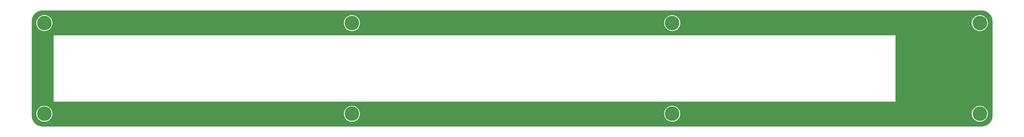
<source format=gbr>
%TF.GenerationSoftware,KiCad,Pcbnew,7.0.2-0*%
%TF.CreationDate,2023-05-18T01:12:01+02:00*%
%TF.ProjectId,LA,4c412e6b-6963-4616-945f-706362585858,rev?*%
%TF.SameCoordinates,PXfd9f08PY7735940*%
%TF.FileFunction,Copper,L1,Top*%
%TF.FilePolarity,Positive*%
%FSLAX46Y46*%
G04 Gerber Fmt 4.6, Leading zero omitted, Abs format (unit mm)*
G04 Created by KiCad (PCBNEW 7.0.2-0) date 2023-05-18 01:12:01*
%MOMM*%
%LPD*%
G01*
G04 APERTURE LIST*
%TA.AperFunction,ComponentPad*%
%ADD10C,4.000000*%
%TD*%
G04 APERTURE END LIST*
D10*
%TO.P,REF\u002A\u002A,*%
%TO.N,*%
X3500000Y28500000D03*
X3500000Y3500000D03*
X88000000Y28500000D03*
X88000000Y3500000D03*
X176000000Y28500000D03*
X176000000Y3528700D03*
X260500000Y28500000D03*
X260500000Y3500000D03*
%TD*%
%TA.AperFunction,NonConductor*%
G36*
X261001926Y31999400D02*
G01*
X261133863Y31992484D01*
X261316396Y31982232D01*
X261323803Y31981440D01*
X261475994Y31957334D01*
X261637583Y31929878D01*
X261644309Y31928409D01*
X261797007Y31887493D01*
X261951171Y31843078D01*
X261957173Y31841065D01*
X262105567Y31784102D01*
X262107300Y31783410D01*
X262253477Y31722861D01*
X262258731Y31720440D01*
X262343722Y31677134D01*
X262401031Y31647933D01*
X262403230Y31646766D01*
X262540974Y31570638D01*
X262545483Y31567932D01*
X262679810Y31480698D01*
X262682328Y31478988D01*
X262810284Y31388197D01*
X262814032Y31385355D01*
X262938716Y31284388D01*
X262941456Y31282056D01*
X263058275Y31177660D01*
X263061291Y31174809D01*
X263174816Y31061283D01*
X263177667Y31058267D01*
X263282024Y30941492D01*
X263284356Y30938751D01*
X263385383Y30813992D01*
X263388225Y30810245D01*
X263478901Y30682450D01*
X263480612Y30679931D01*
X263567987Y30545385D01*
X263570691Y30540877D01*
X263646622Y30403491D01*
X263647791Y30401291D01*
X263720479Y30258630D01*
X263722911Y30253354D01*
X263783234Y30107722D01*
X263783952Y30105922D01*
X263841098Y29957051D01*
X263843121Y29951018D01*
X263887291Y29797701D01*
X263928433Y29644159D01*
X263929907Y29637408D01*
X263957103Y29477348D01*
X263981446Y29323649D01*
X263982241Y29316224D01*
X263992216Y29138607D01*
X263999399Y29001530D01*
X263999500Y28997689D01*
X263999500Y3001947D01*
X263999399Y2998074D01*
X263992509Y2866624D01*
X263982230Y2683591D01*
X263981435Y2676165D01*
X263957398Y2524392D01*
X263929872Y2362386D01*
X263928397Y2355632D01*
X263887589Y2203332D01*
X263843057Y2048759D01*
X263841036Y2042732D01*
X263784241Y1894777D01*
X263783523Y1892977D01*
X263722815Y1746416D01*
X263720383Y1741140D01*
X263648085Y1599246D01*
X263646917Y1597046D01*
X263570551Y1458871D01*
X263567846Y1454363D01*
X263480892Y1320465D01*
X263479181Y1317946D01*
X263388042Y1189499D01*
X263385200Y1185752D01*
X263284635Y1061562D01*
X263282303Y1058821D01*
X263177424Y941462D01*
X263174573Y938446D01*
X263061565Y825437D01*
X263058548Y822585D01*
X262941141Y717665D01*
X262938402Y715334D01*
X262814292Y614831D01*
X262810544Y611989D01*
X262681936Y520735D01*
X262679417Y519024D01*
X262545723Y432202D01*
X262541215Y429497D01*
X262402718Y352953D01*
X262400519Y351786D01*
X262258978Y279666D01*
X262253701Y277233D01*
X262106622Y216311D01*
X262104823Y215593D01*
X261957411Y159006D01*
X261951377Y156983D01*
X261795943Y112202D01*
X261644533Y71631D01*
X261637782Y70157D01*
X261474144Y42353D01*
X261324012Y18575D01*
X261316587Y17780D01*
X261128289Y7205D01*
X261002304Y601D01*
X260998431Y500D01*
X3001946Y500D01*
X2998073Y601D01*
X2866617Y7491D01*
X2683589Y17770D01*
X2676163Y18565D01*
X2524369Y42606D01*
X2362395Y70126D01*
X2355639Y71601D01*
X2203297Y112421D01*
X2048769Y156941D01*
X2042742Y158962D01*
X1894724Y215780D01*
X1892925Y216498D01*
X1746432Y277177D01*
X1741154Y279610D01*
X1599197Y351942D01*
X1596998Y353109D01*
X1458907Y429428D01*
X1454399Y432133D01*
X1320396Y519156D01*
X1317877Y520867D01*
X1189560Y611914D01*
X1185812Y614756D01*
X1061488Y715431D01*
X1058748Y717762D01*
X941531Y822513D01*
X938515Y825365D01*
X825363Y938517D01*
X822511Y941533D01*
X717760Y1058750D01*
X715429Y1061490D01*
X614754Y1185814D01*
X611912Y1189562D01*
X537144Y1294936D01*
X520858Y1317889D01*
X519154Y1320398D01*
X432122Y1454416D01*
X429436Y1458892D01*
X353107Y1597000D01*
X351940Y1599199D01*
X325221Y1651636D01*
X279602Y1741168D01*
X277180Y1746422D01*
X216476Y1892977D01*
X215778Y1894726D01*
X215758Y1894777D01*
X158959Y2042745D01*
X156938Y2048774D01*
X112411Y2203332D01*
X71596Y2355654D01*
X70132Y2362356D01*
X42611Y2524334D01*
X18561Y2676178D01*
X17769Y2683573D01*
X7503Y2866372D01*
X601Y2998074D01*
X500Y3001946D01*
X500Y3500000D01*
X1294778Y3500000D01*
X1313644Y3212161D01*
X1369919Y2929247D01*
X1370693Y2926965D01*
X1370695Y2926960D01*
X1453308Y2683591D01*
X1462641Y2656098D01*
X1463710Y2653930D01*
X1463711Y2653928D01*
X1589150Y2399561D01*
X1589156Y2399551D01*
X1590222Y2397389D01*
X1591566Y2395377D01*
X1591567Y2395376D01*
X1749137Y2159555D01*
X1749141Y2159549D01*
X1750480Y2157546D01*
X1752067Y2155736D01*
X1752072Y2155730D01*
X1851169Y2042732D01*
X1940673Y1940673D01*
X1942493Y1939077D01*
X2155729Y1752073D01*
X2155733Y1752070D01*
X2157546Y1750480D01*
X2397389Y1590222D01*
X2399555Y1589154D01*
X2399560Y1589151D01*
X2526743Y1526432D01*
X2656098Y1462641D01*
X2929247Y1369919D01*
X3212161Y1313644D01*
X3500000Y1294778D01*
X3787839Y1313644D01*
X4070753Y1369919D01*
X4343902Y1462641D01*
X4602611Y1590222D01*
X4842454Y1750480D01*
X5059327Y1940673D01*
X5249520Y2157546D01*
X5409778Y2397389D01*
X5537359Y2656098D01*
X5630081Y2929247D01*
X5686356Y3212161D01*
X5705222Y3500000D01*
X85794778Y3500000D01*
X85813644Y3212161D01*
X85869919Y2929247D01*
X85870693Y2926965D01*
X85870695Y2926960D01*
X85953308Y2683591D01*
X85962641Y2656098D01*
X85963710Y2653930D01*
X85963711Y2653928D01*
X86089150Y2399561D01*
X86089156Y2399551D01*
X86090222Y2397389D01*
X86091566Y2395377D01*
X86091567Y2395376D01*
X86249137Y2159555D01*
X86249141Y2159549D01*
X86250480Y2157546D01*
X86252067Y2155736D01*
X86252072Y2155730D01*
X86351169Y2042732D01*
X86440673Y1940673D01*
X86442493Y1939077D01*
X86655729Y1752073D01*
X86655733Y1752070D01*
X86657546Y1750480D01*
X86897389Y1590222D01*
X86899555Y1589154D01*
X86899560Y1589151D01*
X87026743Y1526432D01*
X87156098Y1462641D01*
X87429247Y1369919D01*
X87712161Y1313644D01*
X88000000Y1294778D01*
X88287839Y1313644D01*
X88570753Y1369919D01*
X88843902Y1462641D01*
X89102611Y1590222D01*
X89342454Y1750480D01*
X89559327Y1940673D01*
X89749520Y2157546D01*
X89909778Y2397389D01*
X90037359Y2656098D01*
X90130081Y2929247D01*
X90186356Y3212161D01*
X90205222Y3500000D01*
X90203341Y3528700D01*
X173794778Y3528700D01*
X173813644Y3240861D01*
X173869919Y2957947D01*
X173870693Y2955665D01*
X173870695Y2955660D01*
X173900919Y2866624D01*
X173962641Y2684798D01*
X173963710Y2682630D01*
X173963711Y2682628D01*
X174089150Y2428261D01*
X174089156Y2428251D01*
X174090222Y2426089D01*
X174091566Y2424077D01*
X174091567Y2424076D01*
X174249137Y2188255D01*
X174249141Y2188249D01*
X174250480Y2186246D01*
X174252067Y2184436D01*
X174252072Y2184430D01*
X174371040Y2048774D01*
X174440673Y1969373D01*
X174442493Y1967777D01*
X174655729Y1780773D01*
X174655733Y1780770D01*
X174657546Y1779180D01*
X174659551Y1777841D01*
X174659554Y1777838D01*
X174702507Y1749138D01*
X174897389Y1618922D01*
X174899555Y1617854D01*
X174899560Y1617851D01*
X175026743Y1555132D01*
X175156098Y1491341D01*
X175429247Y1398619D01*
X175712161Y1342344D01*
X176000000Y1323478D01*
X176287839Y1342344D01*
X176570753Y1398619D01*
X176843902Y1491341D01*
X177102611Y1618922D01*
X177342454Y1779180D01*
X177559327Y1969373D01*
X177749520Y2186246D01*
X177909778Y2426089D01*
X178037359Y2684798D01*
X178130081Y2957947D01*
X178186356Y3240861D01*
X178203341Y3500000D01*
X258294778Y3500000D01*
X258313644Y3212161D01*
X258369919Y2929247D01*
X258370693Y2926965D01*
X258370695Y2926960D01*
X258453308Y2683591D01*
X258462641Y2656098D01*
X258463710Y2653930D01*
X258463711Y2653928D01*
X258589150Y2399561D01*
X258589156Y2399551D01*
X258590222Y2397389D01*
X258591566Y2395377D01*
X258591567Y2395376D01*
X258749137Y2159555D01*
X258749141Y2159549D01*
X258750480Y2157546D01*
X258752067Y2155736D01*
X258752072Y2155730D01*
X258851169Y2042732D01*
X258940673Y1940673D01*
X258942493Y1939077D01*
X259155729Y1752073D01*
X259155733Y1752070D01*
X259157546Y1750480D01*
X259397389Y1590222D01*
X259399555Y1589154D01*
X259399560Y1589151D01*
X259526743Y1526432D01*
X259656098Y1462641D01*
X259929247Y1369919D01*
X260212161Y1313644D01*
X260500000Y1294778D01*
X260787839Y1313644D01*
X261070753Y1369919D01*
X261343902Y1462641D01*
X261602611Y1590222D01*
X261842454Y1750480D01*
X262059327Y1940673D01*
X262249520Y2157546D01*
X262409778Y2397389D01*
X262537359Y2656098D01*
X262630081Y2929247D01*
X262686356Y3212161D01*
X262705222Y3500000D01*
X262686356Y3787839D01*
X262630081Y4070753D01*
X262537359Y4343902D01*
X262409778Y4602611D01*
X262249520Y4842454D01*
X262222757Y4872971D01*
X262060923Y5057507D01*
X262059327Y5059327D01*
X262024780Y5089624D01*
X261844270Y5247928D01*
X261844264Y5247933D01*
X261842454Y5249520D01*
X261840451Y5250859D01*
X261840445Y5250863D01*
X261604624Y5408433D01*
X261604623Y5408434D01*
X261602611Y5409778D01*
X261600449Y5410844D01*
X261600439Y5410850D01*
X261346072Y5536289D01*
X261346070Y5536290D01*
X261343902Y5537359D01*
X261341615Y5538136D01*
X261341611Y5538137D01*
X261073040Y5629305D01*
X261073035Y5629307D01*
X261070753Y5630081D01*
X261047288Y5634749D01*
X260790208Y5685885D01*
X260790204Y5685886D01*
X260787839Y5686356D01*
X260785435Y5686514D01*
X260785432Y5686514D01*
X260502411Y5705064D01*
X260500000Y5705222D01*
X260497589Y5705064D01*
X260214567Y5686514D01*
X260214562Y5686514D01*
X260212161Y5686356D01*
X260209797Y5685886D01*
X260209791Y5685885D01*
X259931619Y5630553D01*
X259931616Y5630553D01*
X259929247Y5630081D01*
X259926968Y5629308D01*
X259926959Y5629305D01*
X259658388Y5538137D01*
X259658379Y5538134D01*
X259656098Y5537359D01*
X259653934Y5536293D01*
X259653927Y5536289D01*
X259399560Y5410850D01*
X259399543Y5410841D01*
X259397389Y5409778D01*
X259395382Y5408438D01*
X259395375Y5408433D01*
X259159554Y5250863D01*
X259159540Y5250853D01*
X259157546Y5249520D01*
X259155742Y5247939D01*
X259155729Y5247928D01*
X258942493Y5060924D01*
X258942485Y5060917D01*
X258940673Y5059327D01*
X258939083Y5057515D01*
X258939076Y5057507D01*
X258752072Y4844271D01*
X258752061Y4844258D01*
X258750480Y4842454D01*
X258749147Y4840460D01*
X258749137Y4840446D01*
X258591567Y4604625D01*
X258591562Y4604618D01*
X258590222Y4602611D01*
X258589159Y4600457D01*
X258589150Y4600440D01*
X258463711Y4346073D01*
X258463707Y4346066D01*
X258462641Y4343902D01*
X258461866Y4341621D01*
X258461863Y4341612D01*
X258370695Y4073041D01*
X258370692Y4073032D01*
X258369919Y4070753D01*
X258369447Y4068384D01*
X258369447Y4068381D01*
X258319353Y3816539D01*
X258313644Y3787839D01*
X258294778Y3500000D01*
X178203341Y3500000D01*
X178205222Y3528700D01*
X178186356Y3816539D01*
X178130081Y4099453D01*
X178037359Y4372602D01*
X177925002Y4600440D01*
X177910849Y4629140D01*
X177910846Y4629145D01*
X177909778Y4631311D01*
X177830868Y4749407D01*
X177750862Y4869146D01*
X177750859Y4869149D01*
X177749520Y4871154D01*
X177559327Y5088027D01*
X177557506Y5089624D01*
X177344270Y5276628D01*
X177344264Y5276633D01*
X177342454Y5278220D01*
X177340451Y5279559D01*
X177340445Y5279563D01*
X177104624Y5437133D01*
X177104623Y5437134D01*
X177102611Y5438478D01*
X177100449Y5439544D01*
X177100439Y5439550D01*
X176846072Y5564989D01*
X176846070Y5564990D01*
X176843902Y5566059D01*
X176841615Y5566836D01*
X176841611Y5566837D01*
X176573040Y5658005D01*
X176573035Y5658007D01*
X176570753Y5658781D01*
X176431330Y5686514D01*
X176290208Y5714585D01*
X176290204Y5714586D01*
X176287839Y5715056D01*
X176285435Y5715214D01*
X176285432Y5715214D01*
X176002411Y5733764D01*
X176000000Y5733922D01*
X175997589Y5733764D01*
X175714567Y5715214D01*
X175714562Y5715214D01*
X175712161Y5715056D01*
X175709797Y5714586D01*
X175709791Y5714585D01*
X175431619Y5659253D01*
X175431616Y5659253D01*
X175429247Y5658781D01*
X175426968Y5658008D01*
X175426959Y5658005D01*
X175158388Y5566837D01*
X175158379Y5566834D01*
X175156098Y5566059D01*
X175153934Y5564993D01*
X175153927Y5564989D01*
X174899560Y5439550D01*
X174899543Y5439541D01*
X174897389Y5438478D01*
X174895382Y5437138D01*
X174895375Y5437133D01*
X174659554Y5279563D01*
X174659540Y5279553D01*
X174657546Y5278220D01*
X174655742Y5276639D01*
X174655729Y5276628D01*
X174442493Y5089624D01*
X174442485Y5089617D01*
X174440673Y5088027D01*
X174439083Y5086215D01*
X174439076Y5086207D01*
X174252072Y4872971D01*
X174252061Y4872958D01*
X174250480Y4871154D01*
X174249147Y4869160D01*
X174249137Y4869146D01*
X174091567Y4633325D01*
X174091562Y4633318D01*
X174090222Y4631311D01*
X174089159Y4629157D01*
X174089150Y4629140D01*
X173963711Y4374773D01*
X173963707Y4374766D01*
X173962641Y4372602D01*
X173961866Y4370321D01*
X173961863Y4370312D01*
X173870695Y4101741D01*
X173870692Y4101732D01*
X173869919Y4099453D01*
X173813644Y3816539D01*
X173794778Y3528700D01*
X90203341Y3528700D01*
X90186356Y3787839D01*
X90130081Y4070753D01*
X90037359Y4343902D01*
X89909778Y4602611D01*
X89749520Y4842454D01*
X89722757Y4872971D01*
X89560923Y5057507D01*
X89559327Y5059327D01*
X89524780Y5089624D01*
X89344270Y5247928D01*
X89344264Y5247933D01*
X89342454Y5249520D01*
X89340451Y5250859D01*
X89340445Y5250863D01*
X89104624Y5408433D01*
X89104623Y5408434D01*
X89102611Y5409778D01*
X89100449Y5410844D01*
X89100439Y5410850D01*
X88846072Y5536289D01*
X88846070Y5536290D01*
X88843902Y5537359D01*
X88841615Y5538136D01*
X88841611Y5538137D01*
X88573040Y5629305D01*
X88573035Y5629307D01*
X88570753Y5630081D01*
X88547288Y5634749D01*
X88290208Y5685885D01*
X88290204Y5685886D01*
X88287839Y5686356D01*
X88285435Y5686514D01*
X88285432Y5686514D01*
X88002411Y5705064D01*
X88000000Y5705222D01*
X87997589Y5705064D01*
X87714567Y5686514D01*
X87714562Y5686514D01*
X87712161Y5686356D01*
X87709797Y5685886D01*
X87709791Y5685885D01*
X87431619Y5630553D01*
X87431616Y5630553D01*
X87429247Y5630081D01*
X87426968Y5629308D01*
X87426959Y5629305D01*
X87158388Y5538137D01*
X87158379Y5538134D01*
X87156098Y5537359D01*
X87153934Y5536293D01*
X87153927Y5536289D01*
X86899560Y5410850D01*
X86899543Y5410841D01*
X86897389Y5409778D01*
X86895382Y5408438D01*
X86895375Y5408433D01*
X86659554Y5250863D01*
X86659540Y5250853D01*
X86657546Y5249520D01*
X86655742Y5247939D01*
X86655729Y5247928D01*
X86442493Y5060924D01*
X86442485Y5060917D01*
X86440673Y5059327D01*
X86439083Y5057515D01*
X86439076Y5057507D01*
X86252072Y4844271D01*
X86252061Y4844258D01*
X86250480Y4842454D01*
X86249147Y4840460D01*
X86249137Y4840446D01*
X86091567Y4604625D01*
X86091562Y4604618D01*
X86090222Y4602611D01*
X86089159Y4600457D01*
X86089150Y4600440D01*
X85963711Y4346073D01*
X85963707Y4346066D01*
X85962641Y4343902D01*
X85961866Y4341621D01*
X85961863Y4341612D01*
X85870695Y4073041D01*
X85870692Y4073032D01*
X85869919Y4070753D01*
X85869447Y4068384D01*
X85869447Y4068381D01*
X85819353Y3816539D01*
X85813644Y3787839D01*
X85794778Y3500000D01*
X5705222Y3500000D01*
X5686356Y3787839D01*
X5630081Y4070753D01*
X5537359Y4343902D01*
X5409778Y4602611D01*
X5249520Y4842454D01*
X5222757Y4872971D01*
X5060923Y5057507D01*
X5059327Y5059327D01*
X5024780Y5089624D01*
X4844270Y5247928D01*
X4844264Y5247933D01*
X4842454Y5249520D01*
X4840451Y5250859D01*
X4840445Y5250863D01*
X4604624Y5408433D01*
X4604623Y5408434D01*
X4602611Y5409778D01*
X4600449Y5410844D01*
X4600439Y5410850D01*
X4346072Y5536289D01*
X4346070Y5536290D01*
X4343902Y5537359D01*
X4341615Y5538136D01*
X4341611Y5538137D01*
X4073040Y5629305D01*
X4073035Y5629307D01*
X4070753Y5630081D01*
X4047288Y5634749D01*
X3790208Y5685885D01*
X3790204Y5685886D01*
X3787839Y5686356D01*
X3785435Y5686514D01*
X3785432Y5686514D01*
X3502411Y5705064D01*
X3500000Y5705222D01*
X3497589Y5705064D01*
X3214567Y5686514D01*
X3214562Y5686514D01*
X3212161Y5686356D01*
X3209797Y5685886D01*
X3209791Y5685885D01*
X2931619Y5630553D01*
X2931616Y5630553D01*
X2929247Y5630081D01*
X2926968Y5629308D01*
X2926959Y5629305D01*
X2658388Y5538137D01*
X2658379Y5538134D01*
X2656098Y5537359D01*
X2653934Y5536293D01*
X2653927Y5536289D01*
X2399560Y5410850D01*
X2399543Y5410841D01*
X2397389Y5409778D01*
X2395382Y5408438D01*
X2395375Y5408433D01*
X2159554Y5250863D01*
X2159540Y5250853D01*
X2157546Y5249520D01*
X2155742Y5247939D01*
X2155729Y5247928D01*
X1942493Y5060924D01*
X1942485Y5060917D01*
X1940673Y5059327D01*
X1939083Y5057515D01*
X1939076Y5057507D01*
X1752072Y4844271D01*
X1752061Y4844258D01*
X1750480Y4842454D01*
X1749147Y4840460D01*
X1749137Y4840446D01*
X1591567Y4604625D01*
X1591562Y4604618D01*
X1590222Y4602611D01*
X1589159Y4600457D01*
X1589150Y4600440D01*
X1463711Y4346073D01*
X1463707Y4346066D01*
X1462641Y4343902D01*
X1461866Y4341621D01*
X1461863Y4341612D01*
X1370695Y4073041D01*
X1370692Y4073032D01*
X1369919Y4070753D01*
X1369447Y4068384D01*
X1369447Y4068381D01*
X1319353Y3816539D01*
X1313644Y3787839D01*
X1294778Y3500000D01*
X500Y3500000D01*
X500Y6864344D01*
X5999433Y6864344D01*
X5999459Y6850000D01*
X5999500Y6849901D01*
X5999616Y6849618D01*
X5999617Y6849617D01*
X6000000Y6849459D01*
X6014660Y6849469D01*
X6014817Y6849500D01*
X237285183Y6849500D01*
X237285339Y6849469D01*
X237299999Y6849459D01*
X237299999Y6849460D01*
X237300000Y6849459D01*
X237300383Y6849617D01*
X237300412Y6849689D01*
X237304480Y6859284D01*
X237300499Y6872389D01*
X237300499Y25141400D01*
X237300541Y25149999D01*
X237300383Y25150383D01*
X237300381Y25150384D01*
X237300099Y25150500D01*
X237300000Y25150541D01*
X237299999Y25150541D01*
X237285390Y25150541D01*
X237285184Y25150500D01*
X6014816Y25150500D01*
X6014610Y25150541D01*
X6000000Y25150541D01*
X5999901Y25150500D01*
X5999617Y25150384D01*
X5999458Y25150000D01*
X5999468Y25135339D01*
X5999500Y25135184D01*
X5999500Y6864682D01*
X5999433Y6864344D01*
X500Y6864344D01*
X500Y28500000D01*
X1294778Y28500000D01*
X1313644Y28212161D01*
X1369919Y27929247D01*
X1462641Y27656098D01*
X1463710Y27653930D01*
X1463711Y27653928D01*
X1589150Y27399561D01*
X1589156Y27399551D01*
X1590222Y27397389D01*
X1591566Y27395377D01*
X1591567Y27395376D01*
X1749137Y27159555D01*
X1749141Y27159549D01*
X1750480Y27157546D01*
X1752067Y27155736D01*
X1752072Y27155730D01*
X1939076Y26942494D01*
X1940673Y26940673D01*
X1942493Y26939077D01*
X2155729Y26752073D01*
X2155733Y26752070D01*
X2157546Y26750480D01*
X2397389Y26590222D01*
X2399555Y26589154D01*
X2399560Y26589151D01*
X2526743Y26526432D01*
X2656098Y26462641D01*
X2929247Y26369919D01*
X3212161Y26313644D01*
X3500000Y26294778D01*
X3787839Y26313644D01*
X4070753Y26369919D01*
X4343902Y26462641D01*
X4602611Y26590222D01*
X4842454Y26750480D01*
X5059327Y26940673D01*
X5249520Y27157546D01*
X5409778Y27397389D01*
X5537359Y27656098D01*
X5630081Y27929247D01*
X5686356Y28212161D01*
X5705222Y28500000D01*
X85794778Y28500000D01*
X85813644Y28212161D01*
X85869919Y27929247D01*
X85962641Y27656098D01*
X85963710Y27653930D01*
X85963711Y27653928D01*
X86089150Y27399561D01*
X86089156Y27399551D01*
X86090222Y27397389D01*
X86091566Y27395377D01*
X86091567Y27395376D01*
X86249137Y27159555D01*
X86249141Y27159549D01*
X86250480Y27157546D01*
X86252067Y27155736D01*
X86252072Y27155730D01*
X86439076Y26942494D01*
X86440673Y26940673D01*
X86442493Y26939077D01*
X86655729Y26752073D01*
X86655733Y26752070D01*
X86657546Y26750480D01*
X86897389Y26590222D01*
X86899555Y26589154D01*
X86899560Y26589151D01*
X87026743Y26526432D01*
X87156098Y26462641D01*
X87429247Y26369919D01*
X87712161Y26313644D01*
X88000000Y26294778D01*
X88287839Y26313644D01*
X88570753Y26369919D01*
X88843902Y26462641D01*
X89102611Y26590222D01*
X89342454Y26750480D01*
X89559327Y26940673D01*
X89749520Y27157546D01*
X89909778Y27397389D01*
X90037359Y27656098D01*
X90130081Y27929247D01*
X90186356Y28212161D01*
X90205222Y28500000D01*
X173794778Y28500000D01*
X173813644Y28212161D01*
X173869919Y27929247D01*
X173962641Y27656098D01*
X173963710Y27653930D01*
X173963711Y27653928D01*
X174089150Y27399561D01*
X174089156Y27399551D01*
X174090222Y27397389D01*
X174091566Y27395377D01*
X174091567Y27395376D01*
X174249137Y27159555D01*
X174249141Y27159549D01*
X174250480Y27157546D01*
X174252067Y27155736D01*
X174252072Y27155730D01*
X174439076Y26942494D01*
X174440673Y26940673D01*
X174442493Y26939077D01*
X174655729Y26752073D01*
X174655733Y26752070D01*
X174657546Y26750480D01*
X174897389Y26590222D01*
X174899555Y26589154D01*
X174899560Y26589151D01*
X175026743Y26526432D01*
X175156098Y26462641D01*
X175429247Y26369919D01*
X175712161Y26313644D01*
X176000000Y26294778D01*
X176287839Y26313644D01*
X176570753Y26369919D01*
X176843902Y26462641D01*
X177102611Y26590222D01*
X177342454Y26750480D01*
X177559327Y26940673D01*
X177749520Y27157546D01*
X177909778Y27397389D01*
X178037359Y27656098D01*
X178130081Y27929247D01*
X178186356Y28212161D01*
X178205222Y28500000D01*
X258294778Y28500000D01*
X258313644Y28212161D01*
X258369919Y27929247D01*
X258462641Y27656098D01*
X258463710Y27653930D01*
X258463711Y27653928D01*
X258589150Y27399561D01*
X258589156Y27399551D01*
X258590222Y27397389D01*
X258591566Y27395377D01*
X258591567Y27395376D01*
X258749137Y27159555D01*
X258749141Y27159549D01*
X258750480Y27157546D01*
X258752067Y27155736D01*
X258752072Y27155730D01*
X258939076Y26942494D01*
X258940673Y26940673D01*
X258942493Y26939077D01*
X259155729Y26752073D01*
X259155733Y26752070D01*
X259157546Y26750480D01*
X259397389Y26590222D01*
X259399555Y26589154D01*
X259399560Y26589151D01*
X259526743Y26526432D01*
X259656098Y26462641D01*
X259929247Y26369919D01*
X260212161Y26313644D01*
X260500000Y26294778D01*
X260787839Y26313644D01*
X261070753Y26369919D01*
X261343902Y26462641D01*
X261602611Y26590222D01*
X261842454Y26750480D01*
X262059327Y26940673D01*
X262249520Y27157546D01*
X262409778Y27397389D01*
X262537359Y27656098D01*
X262630081Y27929247D01*
X262686356Y28212161D01*
X262705222Y28500000D01*
X262686356Y28787839D01*
X262630081Y29070753D01*
X262537359Y29343902D01*
X262409778Y29602611D01*
X262249520Y29842454D01*
X262148839Y29957258D01*
X262060923Y30057507D01*
X262059327Y30059327D01*
X262039450Y30076759D01*
X261844270Y30247928D01*
X261844264Y30247933D01*
X261842454Y30249520D01*
X261840451Y30250859D01*
X261840445Y30250863D01*
X261604624Y30408433D01*
X261604623Y30408434D01*
X261602611Y30409778D01*
X261600449Y30410844D01*
X261600439Y30410850D01*
X261346072Y30536289D01*
X261346070Y30536290D01*
X261343902Y30537359D01*
X261341615Y30538136D01*
X261341611Y30538137D01*
X261073040Y30629305D01*
X261073035Y30629307D01*
X261070753Y30630081D01*
X261047288Y30634749D01*
X260790208Y30685885D01*
X260790204Y30685886D01*
X260787839Y30686356D01*
X260785435Y30686514D01*
X260785432Y30686514D01*
X260502411Y30705064D01*
X260500000Y30705222D01*
X260497589Y30705064D01*
X260214567Y30686514D01*
X260214562Y30686514D01*
X260212161Y30686356D01*
X260209797Y30685886D01*
X260209791Y30685885D01*
X259931619Y30630553D01*
X259931616Y30630553D01*
X259929247Y30630081D01*
X259926968Y30629308D01*
X259926959Y30629305D01*
X259658388Y30538137D01*
X259658379Y30538134D01*
X259656098Y30537359D01*
X259653934Y30536293D01*
X259653927Y30536289D01*
X259399560Y30410850D01*
X259399543Y30410841D01*
X259397389Y30409778D01*
X259395382Y30408438D01*
X259395375Y30408433D01*
X259159554Y30250863D01*
X259159540Y30250853D01*
X259157546Y30249520D01*
X259155742Y30247939D01*
X259155729Y30247928D01*
X258942493Y30060924D01*
X258942485Y30060917D01*
X258940673Y30059327D01*
X258939083Y30057515D01*
X258939076Y30057507D01*
X258752072Y29844271D01*
X258752061Y29844258D01*
X258750480Y29842454D01*
X258749147Y29840460D01*
X258749137Y29840446D01*
X258591567Y29604625D01*
X258591562Y29604618D01*
X258590222Y29602611D01*
X258589159Y29600457D01*
X258589150Y29600440D01*
X258463711Y29346073D01*
X258463707Y29346066D01*
X258462641Y29343902D01*
X258461866Y29341621D01*
X258461863Y29341612D01*
X258370695Y29073041D01*
X258370692Y29073032D01*
X258369919Y29070753D01*
X258369447Y29068384D01*
X258369447Y29068381D01*
X258355386Y28997689D01*
X258313644Y28787839D01*
X258294778Y28500000D01*
X178205222Y28500000D01*
X178186356Y28787839D01*
X178130081Y29070753D01*
X178037359Y29343902D01*
X177909778Y29602611D01*
X177749520Y29842454D01*
X177648839Y29957258D01*
X177560923Y30057507D01*
X177559327Y30059327D01*
X177539450Y30076759D01*
X177344270Y30247928D01*
X177344264Y30247933D01*
X177342454Y30249520D01*
X177340451Y30250859D01*
X177340445Y30250863D01*
X177104624Y30408433D01*
X177104623Y30408434D01*
X177102611Y30409778D01*
X177100449Y30410844D01*
X177100439Y30410850D01*
X176846072Y30536289D01*
X176846070Y30536290D01*
X176843902Y30537359D01*
X176841615Y30538136D01*
X176841611Y30538137D01*
X176573040Y30629305D01*
X176573035Y30629307D01*
X176570753Y30630081D01*
X176547288Y30634749D01*
X176290208Y30685885D01*
X176290204Y30685886D01*
X176287839Y30686356D01*
X176285435Y30686514D01*
X176285432Y30686514D01*
X176002411Y30705064D01*
X176000000Y30705222D01*
X175997589Y30705064D01*
X175714567Y30686514D01*
X175714562Y30686514D01*
X175712161Y30686356D01*
X175709797Y30685886D01*
X175709791Y30685885D01*
X175431619Y30630553D01*
X175431616Y30630553D01*
X175429247Y30630081D01*
X175426968Y30629308D01*
X175426959Y30629305D01*
X175158388Y30538137D01*
X175158379Y30538134D01*
X175156098Y30537359D01*
X175153934Y30536293D01*
X175153927Y30536289D01*
X174899560Y30410850D01*
X174899543Y30410841D01*
X174897389Y30409778D01*
X174895382Y30408438D01*
X174895375Y30408433D01*
X174659554Y30250863D01*
X174659540Y30250853D01*
X174657546Y30249520D01*
X174655742Y30247939D01*
X174655729Y30247928D01*
X174442493Y30060924D01*
X174442485Y30060917D01*
X174440673Y30059327D01*
X174439083Y30057515D01*
X174439076Y30057507D01*
X174252072Y29844271D01*
X174252061Y29844258D01*
X174250480Y29842454D01*
X174249147Y29840460D01*
X174249137Y29840446D01*
X174091567Y29604625D01*
X174091562Y29604618D01*
X174090222Y29602611D01*
X174089159Y29600457D01*
X174089150Y29600440D01*
X173963711Y29346073D01*
X173963707Y29346066D01*
X173962641Y29343902D01*
X173961866Y29341621D01*
X173961863Y29341612D01*
X173870695Y29073041D01*
X173870692Y29073032D01*
X173869919Y29070753D01*
X173869447Y29068384D01*
X173869447Y29068381D01*
X173855386Y28997689D01*
X173813644Y28787839D01*
X173794778Y28500000D01*
X90205222Y28500000D01*
X90186356Y28787839D01*
X90130081Y29070753D01*
X90037359Y29343902D01*
X89909778Y29602611D01*
X89749520Y29842454D01*
X89648839Y29957258D01*
X89560923Y30057507D01*
X89559327Y30059327D01*
X89539450Y30076759D01*
X89344270Y30247928D01*
X89344264Y30247933D01*
X89342454Y30249520D01*
X89340451Y30250859D01*
X89340445Y30250863D01*
X89104624Y30408433D01*
X89104623Y30408434D01*
X89102611Y30409778D01*
X89100449Y30410844D01*
X89100439Y30410850D01*
X88846072Y30536289D01*
X88846070Y30536290D01*
X88843902Y30537359D01*
X88841615Y30538136D01*
X88841611Y30538137D01*
X88573040Y30629305D01*
X88573035Y30629307D01*
X88570753Y30630081D01*
X88547288Y30634749D01*
X88290208Y30685885D01*
X88290204Y30685886D01*
X88287839Y30686356D01*
X88285435Y30686514D01*
X88285432Y30686514D01*
X88002411Y30705064D01*
X88000000Y30705222D01*
X87997589Y30705064D01*
X87714567Y30686514D01*
X87714562Y30686514D01*
X87712161Y30686356D01*
X87709797Y30685886D01*
X87709791Y30685885D01*
X87431619Y30630553D01*
X87431616Y30630553D01*
X87429247Y30630081D01*
X87426968Y30629308D01*
X87426959Y30629305D01*
X87158388Y30538137D01*
X87158379Y30538134D01*
X87156098Y30537359D01*
X87153934Y30536293D01*
X87153927Y30536289D01*
X86899560Y30410850D01*
X86899543Y30410841D01*
X86897389Y30409778D01*
X86895382Y30408438D01*
X86895375Y30408433D01*
X86659554Y30250863D01*
X86659540Y30250853D01*
X86657546Y30249520D01*
X86655742Y30247939D01*
X86655729Y30247928D01*
X86442493Y30060924D01*
X86442485Y30060917D01*
X86440673Y30059327D01*
X86439083Y30057515D01*
X86439076Y30057507D01*
X86252072Y29844271D01*
X86252061Y29844258D01*
X86250480Y29842454D01*
X86249147Y29840460D01*
X86249137Y29840446D01*
X86091567Y29604625D01*
X86091562Y29604618D01*
X86090222Y29602611D01*
X86089159Y29600457D01*
X86089150Y29600440D01*
X85963711Y29346073D01*
X85963707Y29346066D01*
X85962641Y29343902D01*
X85961866Y29341621D01*
X85961863Y29341612D01*
X85870695Y29073041D01*
X85870692Y29073032D01*
X85869919Y29070753D01*
X85869447Y29068384D01*
X85869447Y29068381D01*
X85855386Y28997689D01*
X85813644Y28787839D01*
X85794778Y28500000D01*
X5705222Y28500000D01*
X5686356Y28787839D01*
X5630081Y29070753D01*
X5537359Y29343902D01*
X5409778Y29602611D01*
X5249520Y29842454D01*
X5148839Y29957258D01*
X5060923Y30057507D01*
X5059327Y30059327D01*
X5039450Y30076759D01*
X4844270Y30247928D01*
X4844264Y30247933D01*
X4842454Y30249520D01*
X4840451Y30250859D01*
X4840445Y30250863D01*
X4604624Y30408433D01*
X4604623Y30408434D01*
X4602611Y30409778D01*
X4600449Y30410844D01*
X4600439Y30410850D01*
X4346072Y30536289D01*
X4346070Y30536290D01*
X4343902Y30537359D01*
X4341615Y30538136D01*
X4341611Y30538137D01*
X4073040Y30629305D01*
X4073035Y30629307D01*
X4070753Y30630081D01*
X4047288Y30634749D01*
X3790208Y30685885D01*
X3790204Y30685886D01*
X3787839Y30686356D01*
X3785435Y30686514D01*
X3785432Y30686514D01*
X3502411Y30705064D01*
X3500000Y30705222D01*
X3497589Y30705064D01*
X3214567Y30686514D01*
X3214562Y30686514D01*
X3212161Y30686356D01*
X3209797Y30685886D01*
X3209791Y30685885D01*
X2931619Y30630553D01*
X2931616Y30630553D01*
X2929247Y30630081D01*
X2926968Y30629308D01*
X2926959Y30629305D01*
X2658388Y30538137D01*
X2658379Y30538134D01*
X2656098Y30537359D01*
X2653934Y30536293D01*
X2653927Y30536289D01*
X2399560Y30410850D01*
X2399543Y30410841D01*
X2397389Y30409778D01*
X2395382Y30408438D01*
X2395375Y30408433D01*
X2159554Y30250863D01*
X2159540Y30250853D01*
X2157546Y30249520D01*
X2155742Y30247939D01*
X2155729Y30247928D01*
X1942493Y30060924D01*
X1942485Y30060917D01*
X1940673Y30059327D01*
X1939083Y30057515D01*
X1939076Y30057507D01*
X1752072Y29844271D01*
X1752061Y29844258D01*
X1750480Y29842454D01*
X1749147Y29840460D01*
X1749137Y29840446D01*
X1591567Y29604625D01*
X1591562Y29604618D01*
X1590222Y29602611D01*
X1589159Y29600457D01*
X1589150Y29600440D01*
X1463711Y29346073D01*
X1463707Y29346066D01*
X1462641Y29343902D01*
X1461866Y29341621D01*
X1461863Y29341612D01*
X1370695Y29073041D01*
X1370692Y29073032D01*
X1369919Y29070753D01*
X1369447Y29068384D01*
X1369447Y29068381D01*
X1355386Y28997689D01*
X1313644Y28787839D01*
X1294778Y28500000D01*
X500Y28500000D01*
X500Y28998056D01*
X601Y29001929D01*
X7490Y29133375D01*
X17758Y29316224D01*
X17769Y29316428D01*
X18560Y29323819D01*
X42611Y29475669D01*
X42897Y29477348D01*
X70132Y29637645D01*
X71597Y29644349D01*
X112421Y29796703D01*
X156939Y29951230D01*
X158954Y29957242D01*
X215810Y30105358D01*
X216463Y30106995D01*
X277189Y30253599D01*
X279593Y30258814D01*
X351957Y30400837D01*
X353089Y30402970D01*
X429450Y30541134D01*
X432106Y30545560D01*
X519192Y30679662D01*
X520826Y30682067D01*
X611926Y30810460D01*
X614739Y30814170D01*
X715458Y30938547D01*
X717730Y30941217D01*
X822546Y31058507D01*
X825328Y31061449D01*
X938551Y31174672D01*
X941493Y31177454D01*
X1058783Y31282270D01*
X1061453Y31284542D01*
X1185830Y31385261D01*
X1189540Y31388074D01*
X1317933Y31479174D01*
X1320338Y31480808D01*
X1454440Y31567894D01*
X1458866Y31570550D01*
X1597030Y31646911D01*
X1599163Y31648043D01*
X1741186Y31720407D01*
X1746401Y31722811D01*
X1893005Y31783537D01*
X1894642Y31784190D01*
X2042758Y31841046D01*
X2048755Y31843057D01*
X2203279Y31887575D01*
X2355662Y31928406D01*
X2362346Y31929866D01*
X2524351Y31957392D01*
X2676181Y31981440D01*
X2683568Y31982230D01*
X2866566Y31992507D01*
X2987392Y31998840D01*
X2998074Y31999399D01*
X3001946Y31999500D01*
X260998054Y31999500D01*
X261001926Y31999400D01*
G37*
%TD.AperFunction*%
M02*

</source>
